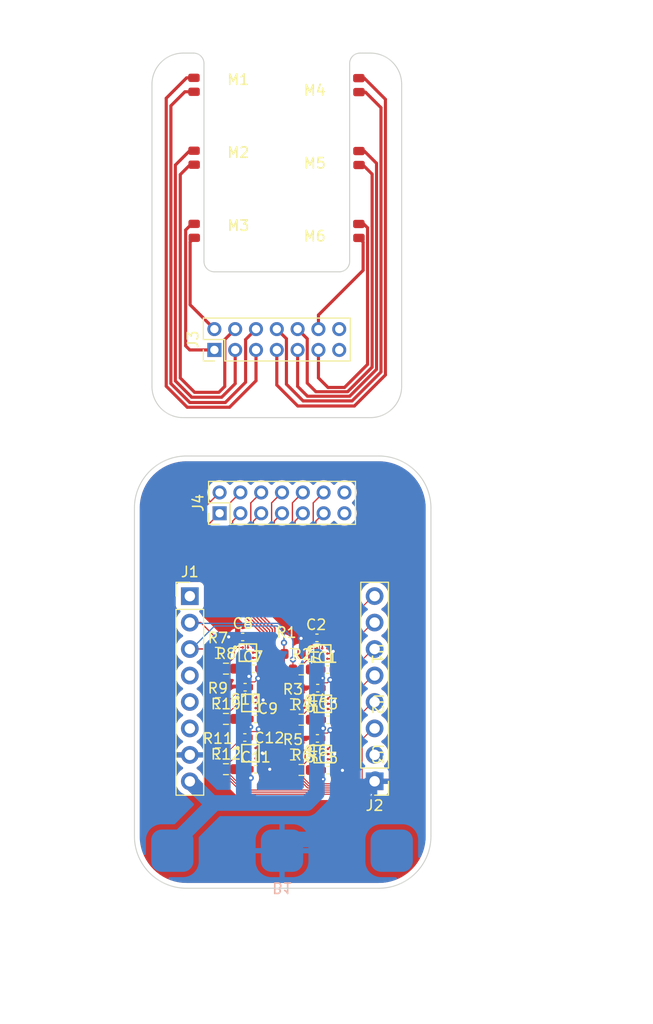
<source format=kicad_pcb>
(kicad_pcb (version 20211014) (generator pcbnew)
  (layers (0 "F.Cu" signal) (31 "B.Cu" signal) (34 "B.Paste" user) (35 "F.Paste" user) (36 "B.SilkS" user "B.Silkscreen") (37 "F.SilkS" user "F.Silkscreen") (38 "B.Mask" user) (39 "F.Mask" user) (44 "Edge.Cuts" user))
  (net 0 "")
  (net 1 "GND")
  (net 2 "BAT")
  (net 3 "Net-(C2-Pad1)")
  (net 4 "Net-(C4-Pad1)")
  (net 5 "Net-(C6-Pad1)")
  (net 7 "SCL")
  (net 8 "SDA")
  (net 12 "EN6")
  (net 13 "EN5")
  (net 14 "EN4")
  (net 15 "EN3")
  (net 16 "EN2")
  (net 17 "EN1")
  (net 18 "IN1")
  (net 19 "IN2")
  (net 20 "IN3")
  (net 21 "IN4")
  (net 22 "IN5")
  (net 23 "IN6")
  (net 24 "IN7")
  (net 25 "IN8")
  (net 26 "IN9")
  (net 27 "IN10")
  (net 28 "IN11")
  (net 29 "IN12")
  (net 32 "OUT1")
  (net 33 "OUT2")
  (net 34 "OUT3")
  (net 35 "OUT4")
  (net 36 "OUT5")
  (net 37 "OUT6")
  (net 38 "OUT7")
  (net 39 "OUT8")
  (net 40 "OUT9")
  (net 41 "OUT10")
  (net 42 "OUT11")
  (net 43 "OUT12")
  (net 46 "Net-(R1-Pad2)")
  (net 47 "Net-(R2-Pad2)")
  (net 48 "Net-(R3-Pad2)")
  (net 49 "Net-(R4-Pad2)")
  (net 50 "Net-(R5-Pad2)")
  (net 51 "Net-(R6-Pad2)")
  (net 52 "Net-(R7-Pad2)")
  (net 53 "Net-(R8-Pad2)")
  (net 54 "Net-(R9-Pad2)")
  (net 55 "Net-(R10-Pad2)")
  (net 56 "Net-(R11-Pad2)")
  (net 57 "Net-(R12-Pad2)")
  (net 64 "Net-(C8-Pad1)")
  (net 65 "Net-(C10-Pad1)")
  (net 66 "Net-(C12-Pad1)")
  (footprint "Capacitor_SMD:C_0402_1005Metric" (layer "F.Cu") (at 34.55856 110.008)
    (fp_text reference "C1")
    (fp_text value "1uF")
  )
  (footprint "Vybronics:VG0640001D" (layer "F.Cu") (at 25.970134 53.862)
    (fp_text reference "M1")
    (fp_text value "VG0640001D")
  )
  (footprint "Capacitor_SMD:C_0402_1005Metric" (layer "F.Cu") (at 33.59056 116.612 180)
    (fp_text reference "C6")
    (fp_text value "1uF")
  )
  (footprint "Connector_PinHeader_2.54mm:PinHeader_1x08_P2.54mm_Vertical" (layer "F.Cu") (at 21.325 102.957)
    (fp_text reference "J1")
    (fp_text value "Conn_01x08_MountingPin")
  )
  (footprint "Resistor_SMD:R_0603_1608Metric" (layer "F.Cu") (at 31.23656 118.156)
    (fp_text reference "R5")
    (fp_text value "10K")
  )
  (footprint "Capacitor_SMD:C_0402_1005Metric" (layer "F.Cu") (at 34.60656 114.834)
    (fp_text reference "C3")
    (fp_text value "1uF")
  )
  (footprint "Resistor_SMD:R_0603_1608Metric" (layer "F.Cu") (at 24.79656 119.569)
    (fp_text reference "R12")
    (fp_text value "10K")
  )
  (footprint "Vybronics:VG0640001D" (layer "F.Cu") (at 33.329867 53.892 180)
    (fp_text reference "M4")
    (fp_text value "VG0640001D")
  )
  (footprint "Capacitor_SMD:C_0402_1005Metric" (layer "F.Cu") (at 27.655 119.57517)
    (fp_text reference "C11")
    (fp_text value "1uF")
  )
  (footprint "Resistor_SMD:R_0603_1608Metric" (layer "F.Cu") (at 31.23656 113.33)
    (fp_text reference "R3")
    (fp_text value "10K")
  )
  (footprint "DRV2605:DRV2605YFZR" (layer "F.Cu") (at 34.09856 113.31 -90)
    (fp_text reference "U2")
    (fp_text value "DRV2605LDGS")
  )
  (footprint "Connector_PinHeader_2.00mm:PinHeader_2x07_P2.00mm_Vertical" (layer "F.Cu") (at 24.185 95 90)
    (fp_text reference "J4")
    (fp_text value "Conn_01x14_MountingPin")
  )
  (footprint "Resistor_SMD:R_0603_1608Metric" (layer "F.Cu") (at 24.79656 109.917)
    (fp_text reference "R8")
    (fp_text value "10K")
  )
  (footprint "Vybronics:VG0640001D" (layer "F.Cu") (at 33.339867 60.892 180)
    (fp_text reference "M5")
    (fp_text value "VG0640001D")
  )
  (footprint "DRV2605:DRV2605YFZR" (layer "F.Cu") (at 26.905 108.39917 -90)
    (fp_text reference "U4")
    (fp_text value "DRV2605LDGS")
  )
  (footprint "Resistor_SMD:R_0603_1608Metric" (layer "F.Cu") (at 31.23656 108.504)
    (fp_text reference "R1")
    (fp_text value "10K")
  )
  (footprint "Resistor_SMD:R_0603_1608Metric" (layer "F.Cu") (at 32.05656 109.99)
    (fp_text reference "R2")
    (fp_text value "10K")
  )
  (footprint "Vybronics:VG0640001D" (layer "F.Cu") (at 33.329867 67.892 180)
    (fp_text reference "M6")
    (fp_text value "VG0640001D")
  )
  (footprint "Capacitor_SMD:C_0402_1005Metric" (layer "F.Cu") (at 33.61856 111.786 180)
    (fp_text reference "C4")
    (fp_text value "1uF")
  )
  (footprint "Capacitor_SMD:C_0402_1005Metric" (layer "F.Cu") (at 27.405 109.92317)
    (fp_text reference "C7")
    (fp_text value "1uF")
  )
  (footprint "Capacitor_SMD:C_0402_1005Metric" (layer "F.Cu") (at 27.655 114.74917)
    (fp_text reference "C9")
    (fp_text value "1uF")
  )
  (footprint "Resistor_SMD:R_0603_1608Metric" (layer "F.Cu") (at 24.01956 108.398)
    (fp_text reference "R7")
    (fp_text value "10K")
  )
  (footprint "Capacitor_SMD:C_0402_1005Metric" (layer "F.Cu") (at 26.639 111.70117 180)
    (fp_text reference "C10")
    (fp_text value "1uF")
  )
  (footprint "Resistor_SMD:R_0603_1608Metric" (layer "F.Cu") (at 24.01956 113.224)
    (fp_text reference "R9")
    (fp_text value "10K")
  )
  (footprint "Capacitor_SMD:C_0402_1005Metric" (layer "F.Cu") (at 26.611 116.52717 180)
    (fp_text reference "C12")
    (fp_text value "1uF")
  )
  (footprint "Vybronics:VG0640001D" (layer "F.Cu") (at 25.990134 67.882)
    (fp_text reference "M3")
    (fp_text value "VG0640001D")
  )
  (footprint "DRV2605:DRV2605YFZR" (layer "F.Cu") (at 27.147 118.05117 -90)
    (fp_text reference "U6")
    (fp_text value "DRV2605LDGS")
  )
  (footprint "DRV2605:DRV2605YFZR" (layer "F.Cu") (at 27.147 113.22517 -90)
    (fp_text reference "U5")
    (fp_text value "DRV2605LDGS")
  )
  (footprint "Resistor_SMD:R_0603_1608Metric" (layer "F.Cu") (at 32.05656 114.816)
    (fp_text reference "R4")
    (fp_text value "10K")
  )
  (footprint "Resistor_SMD:R_0603_1608Metric" (layer "F.Cu") (at 24.79656 114.743)
    (fp_text reference "R10")
    (fp_text value "10K")
  )
  (footprint "Resistor_SMD:R_0603_1608Metric" (layer "F.Cu") (at 24.01956 118.05)
    (fp_text reference "R11")
    (fp_text value "10K")
  )
  (footprint "Connector_PinHeader_2.54mm:PinHeader_1x08_P2.54mm_Vertical" (layer "F.Cu") (at 39.085 120.732 180)
    (fp_text reference "J2")
    (fp_text value "Conn_01x08_MountingPin")
  )
  (footprint "Capacitor_SMD:C_0402_1005Metric" (layer "F.Cu") (at 33.54256 106.96 180)
    (fp_text reference "C2")
    (fp_text value "1uF")
  )
  (footprint "DRV2605:DRV2605YFZR" (layer "F.Cu") (at 34.05056 108.484 -90)
    (fp_text reference "U1")
    (fp_text value "DRV2605LDGS")
  )
  (footprint "DRV2605:DRV2605YFZR" (layer "F.Cu") (at 34.09856 118.136 -90)
    (fp_text reference "U3")
    (fp_text value "DRV2605LDGS")
  )
  (footprint "Vybronics:VG0640001D" (layer "F.Cu") (at 25.980134 60.862)
    (fp_text reference "M2")
    (fp_text value "VG0640001D")
  )
  (footprint "Resistor_SMD:R_0603_1608Metric" (layer "F.Cu") (at 32.05656 119.642)
    (fp_text reference "R6")
    (fp_text value "10K")
  )
  (footprint "Capacitor_SMD:C_0402_1005Metric" (layer "F.Cu") (at 34.60656 119.66)
    (fp_text reference "C5")
    (fp_text value "1uF")
  )
  (footprint "Connector_PinHeader_2.00mm:PinHeader_2x07_P2.00mm_Vertical" (layer "F.Cu") (at 23.685 79.317 90)
    (fp_text reference "J3")
    (fp_text value "Conn_01x14_MountingPin")
  )
  (footprint "Capacitor_SMD:C_0402_1005Metric" (layer "F.Cu") (at 26.405 106.87517 180)
    (fp_text reference "C8")
    (fp_text value "1uF")
  )
  (footprint "Keystone:BK5009" (layer "B.Cu") (at 30.185 127.394209)
    (fp_text reference "B1")
    (fp_text value "SMD_Battery_Clip")
  )
  (gr_line (start 44.5 126) (end 44.5 94.5) (layer "Edge.Cuts") (width 0.1))
  (gr_line (start 16 94.5) (end 16 126) (layer "Edge.Cuts") (width 0.1))
  (gr_line (start 20.685 50.817) (end 21.685 50.817) (layer "Edge.Cuts") (width 0.1))
  (gr_arc (start 36.685 70.817) (mid 36.392107 71.524107) (end 35.685 71.817) (layer "Edge.Cuts") (width 0.1))
  (gr_line (start 23.685 71.817) (end 35.685 71.817) (layer "Edge.Cuts") (width 0.1))
  (gr_line (start 21 131) (end 39.5 131) (layer "Edge.Cuts") (width 0.1))
  (gr_arc (start 38.685 50.817) (mid 40.80632 51.69568) (end 41.685 53.817) (layer "Edge.Cuts") (width 0.1))
  (gr_arc (start 36.685001 51.817001) (mid 36.977894 51.109894) (end 37.685001 50.817001) (layer "Edge.Cuts") (width 0.1))
  (gr_arc (start 44.5 126) (mid 43.035534 129.535534) (end 39.5 131) (layer "Edge.Cuts") (width 0.1))
  (gr_arc (start 16 94.5) (mid 17.464466 90.964466) (end 21 89.5) (layer "Edge.Cuts") (width 0.1))
  (gr_arc (start 21 131) (mid 17.464466 129.535534) (end 16 126) (layer "Edge.Cuts") (width 0.1))
  (gr_line (start 17.685 82.817) (end 17.685 53.817) (layer "Edge.Cuts") (width 0.1))
  (gr_line (start 22.685 51.817) (end 22.685 70.817) (layer "Edge.Cuts") (width 0.1))
  (gr_line (start 21 89.5) (end 39.5 89.5) (layer "Edge.Cuts") (width 0.1))
  (gr_arc (start 17.685 53.817) (mid 18.56368 51.69568) (end 20.685 50.817) (layer "Edge.Cuts") (width 0.1))
  (gr_arc (start 23.685 71.817) (mid 22.977893 71.524107) (end 22.685 70.817) (layer "Edge.Cuts") (width 0.1))
  (gr_line (start 36.685 70.817) (end 36.685001 51.817001) (layer "Edge.Cuts") (width 0.1))
  (gr_line (start 37.685001 50.817001) (end 38.685 50.817) (layer "Edge.Cuts") (width 0.1))
  (gr_arc (start 21.685 50.817) (mid 22.392107 51.109893) (end 22.685 51.817) (layer "Edge.Cuts") (width 0.1))
  (gr_line (start 38.685 85.817) (end 20.685 85.817) (layer "Edge.Cuts") (width 0.1))
  (gr_arc (start 41.685 82.817) (mid 40.80632 84.93832) (end 38.685 85.817) (layer "Edge.Cuts") (width 0.1))
  (gr_arc (start 20.685 85.817) (mid 18.56368 84.93832) (end 17.685 82.817) (layer "Edge.Cuts") (width 0.1))
  (gr_line (start 41.685 53.817) (end 41.685 82.817) (layer "Edge.Cuts") (width 0.1))
  (gr_arc (start 39.5 89.5) (mid 43.035534 90.964466) (end 44.5 94.5) (layer "Edge.Cuts") (width 0.1))
  (segment (start 27.951 115.73517) (end 27.730989 115.955181) (width 0.1) (layer "F.Cu") (net 1))
  (segment (start 28.08874 113.20797) (end 27.647 113.20797) (width 0.15) (layer "F.Cu") (net 1))
  (segment (start 34.59856 113.2928) (end 34.98837 113.2928) (width 0.127) (layer "F.Cu") (net 1))
  (segment (start 27.905 110.85817) (end 27.951 110.81217) (width 0.15) (layer "F.Cu") (net 1))
  (segment (start 29.005 119.57717) (end 28.137 119.57717) (width 0.15) (layer "F.Cu") (net 1))
  (segment (start 26.702989 115.955181) (end 26.131 116.52717) (width 0.1) (layer "F.Cu") (net 1))
  (segment (start 35.24556 118.114) (end 34.60336 118.114) (width 0.127) (layer "F.Cu") (net 1))
  (segment (start 28.137 119.57717) (end 28.135 119.57517) (width 0.15) (layer "F.Cu") (net 1))
  (segment (start 25.058 106.86817) (end 25.918 106.86817) (width 0.15) (layer "F.Cu") (net 1))
  (segment (start 34.89637 108.4668) (end 35.105 108.25817) (width 0.127) (layer "F.Cu") (net 1))
  (segment (start 33.11056 116.612) (end 33.62208 116.10048) (width 0.1) (layer "F.Cu") (net 1))
  (segment (start 35.08656 115.574916) (end 35.08656 114.834) (width 0.1) (layer "F.Cu") (net 1))
  (segment (start 27.405 108.38197) (end 27.9988 108.38197) (width 0.127) (layer "F.Cu") (net 1))
  (segment (start 27.9988 108.38197) (end 28.005 108.38817) (width 0.127) (layer "F.Cu") (net 1))
  (segment (start 34.60336 118.114) (end 34.59856 118.1188) (width 0.127) (layer "F.Cu") (net 1))
  (segment (start 28.135 115.55117) (end 28.135 114.74917) (width 0.1) (layer "F.Cu") (net 1))
  (segment (start 28.36854 112.92817) (end 28.08874 113.20797) (width 0.15) (layer "F.Cu") (net 1))
  (segment (start 35.03856 110.78461) (end 35.03856 110.008) (width 0.1) (layer "F.Cu") (net 1))
  (segment (start 33.06256 106.96) (end 32.06417 106.96) (width 0.127) (layer "F.Cu") (net 1))
  (segment (start 27.951 115.73517) (end 28.135 115.55117) (width 0.127) (layer "F.Cu") (net 1))
  (segment (start 26.67052 111.18965) (end 26.159 111.70117) (width 0.1) (layer "F.Cu") (net 1))
  (segment (start 34.98837 113.2928) (end 35.231 113.05017) (width 0.127) (layer "F.Cu") (net 1))
  (segment (start 27.951 110.81217) (end 27.951 109.98917) (width 0.1) (layer "F.Cu") (net 1))
  (segment (start 27.57352 111.18965) (end 26.67052 111.18965) (width 0.1) (layer "F.Cu") (net 1))
  (segment (start 33.62208 116.10048) (end 34.560996 116.10048) (width 0.1) (layer "F.Cu") (net 1))
  (segment (start 34.560996 116.10048) (end 34.833037 115.828439) (width 0.1) (layer "F.Cu") (net 1))
  (segment (start 35.10673 119.68017) (end 35.08656 119.66) (width 0.127) (layer "F.Cu") (net 1))
  (segment (start 34.54869 111.27448) (end 33.65008 111.27448) (width 0.1) (layer "F.Cu") (net 1))
  (segment (start 35.993 119.68017) (end 35.10673 119.68017) (width 0.127) (layer "F.Cu") (net 1))
  (segment (start 34.832 110.99117) (end 35.03856 110.78461) (width 0.1) (layer "F.Cu") (net 1))
  (segment (start 27.6598 118.02117) (end 27.647 118.03397) (width 0.15) (layer "F.Cu") (net 1))
  (segment (start 34.833037 115.828439) (end 35.08656 115.574916) (width 0.1) (layer "F.Cu") (net 1))
  (segment (start 33.65008 111.27448) (end 33.13856 111.786) (width 0.1) (layer "F.Cu") (net 1))
  (segment (start 27.730989 115.955181) (end 26.702989 115.955181) (width 0.1) (layer "F.Cu") (net 1))
  (segment (start 34.55056 108.4668) (end 34.89637 108.4668) (width 0.127) (layer "F.Cu") (net 1))
  (segment (start 27.905 110.85817) (end 27.57352 111.18965) (width 0.1) (layer "F.Cu") (net 1))
  (segment (start 25.918 106.86817) (end 25.925 106.87517) (width 0.15) (layer "F.Cu") (net 1))
  (segment (start 28.296 118.02117) (end 27.6598 118.02117) (width 0.15) (layer "F.Cu") (net 1))
  (segment (start 34.832 110.99117) (end 34.54869 111.27448) (width 0.1) (layer "F.Cu") (net 1))
  (segment (start 32.06417 106.96) (end 32.017 107.00717) (width 0.127) (layer "F.Cu") (net 1))
  (via (at 35.105 108.25817) (size 0.6) (drill 0.3) (layers "F.Cu" "B.Cu") (net 1))
  (via (at 35.993 119.68017) (size 0.6) (drill 0.3) (layers "F.Cu" "B.Cu") (net 1))
  (via (at 27.951 115.73517) (size 0.6) (drill 0.3) (layers "F.Cu" "B.Cu") (net 1))
  (via (at 35.24556 118.114) (size 0.6) (drill 0.3) (layers "F.Cu" "B.Cu") (net 1))
  (via (at 29.005 119.57717) (size 0.6) (drill 0.3) (layers "F.Cu" "B.Cu") (net 1))
  (via (at 27.905 110.85817) (size 0.6) (drill 0.3) (layers "F.Cu" "B.Cu") (net 1))
  (via (at 25.058 106.86817) (size 0.6) (drill 0.3) (layers "F.Cu" "B.Cu") (net 1))
  (via (at 28.36854 112.92817) (size 0.6) (drill 0.3) (layers "F.Cu" "B.Cu") (net 1))
  (via (at 34.833037 115.828439) (size 0.6) (drill 0.3) (layers "F.Cu" "B.Cu") (net 1))
  (via (at 34.832 110.99117) (size 0.6) (drill 0.3) (layers "F.Cu" "B.Cu") (net 1))
  (via (at 28.296 118.02117) (size 0.6) (drill 0.3) (layers "F.Cu" "B.Cu") (net 1))
  (via (at 28.005 108.38817) (size 0.5) (drill 0.2) (layers "F.Cu" "B.Cu") (net 1))
  (via (at 35.231 113.05017) (size 0.6) (drill 0.3) (layers "F.Cu" "B.Cu") (net 1))
  (via (at 32.017 107.00717) (size 0.6) (drill 0.3) (layers "F.Cu" "B.Cu") (net 1))
  (segment (start 30.185 126.317) (end 33.352306 126.317) (width 1.5) (layer "B.Cu") (net 1))
  (segment (start 34.765 110.885) (end 34.619 110.885) (width 0.127) (layer "B.Cu") (net 1))
  (segment (start 33.352306 126.317) (end 39.146476 120.52283) (width 1.5) (layer "B.Cu") (net 1))
  (segment (start 34.09856 114.806) (end 34.12656 114.834) (width 0.127) (layer "F.Cu") (net 2))
  (segment (start 26.905 108.88197) (end 26.905 109.90317) (width 0.127) (layer "F.Cu") (net 2))
  (segment (start 27.175 113.73597) (end 27.147 113.70797) (width 0.127) (layer "F.Cu") (net 2))
  (segment (start 34.09856 113.7928) (end 34.09856 114.806) (width 0.127) (layer "F.Cu") (net 2))
  (segment (start 26.925 110.57817) (end 26.925 109.92317) (width 0.127) (layer "F.Cu") (net 2))
  (segment (start 27.147 118.53397) (end 27.147 119.54717) (width 0.127) (layer "F.Cu") (net 2))
  (segment (start 34.12656 115.64673) (end 34.129 115.64917) (width 0.127) (layer "F.Cu") (net 2))
  (segment (start 34.12656 119.66) (end 34.12656 120.53373) (width 0.127) (layer "F.Cu") (net 2))
  (segment (start 27.175 114.74917) (end 27.175 115.51417) (width 0.127) (layer "F.Cu") (net 2))
  (segment (start 34.12656 118.6468) (end 34.09856 118.6188) (width 0.127) (layer "F.Cu") (net 2))
  (segment (start 27.147 113.70797) (end 27.147 114.72117) (width 0.127) (layer "F.Cu") (net 2))
  (segment (start 26.925 108.90197) (end 26.905 108.88197) (width 0.127) (layer "F.Cu") (net 2))
  (segment (start 27.005 110.65817) (end 26.925 110.57817) (width 0.127) (layer "F.Cu") (net 2))
  (segment (start 34.12656 120.53373) (end 34.127 120.53417) (width 0.127) (layer "F.Cu") (net 2))
  (segment (start 27.175 119.57517) (end 27.175 120.40717) (width 0.127) (layer "F.Cu") (net 2))
  (segment (start 34.05056 109.98) (end 34.07856 110.008) (width 0.127) (layer "F.Cu") (net 2))
  (segment (start 34.12656 114.834) (end 34.12656 115.64673) (width 0.127) (layer "F.Cu") (net 2))
  (segment (start 34.09856 118.6188) (end 34.09856 119.632) (width 0.127) (layer "F.Cu") (net 2))
  (segment (start 27.147 114.72117) (end 27.175 114.74917) (width 0.127) (layer "F.Cu") (net 2))
  (segment (start 27.175 115.51417) (end 27.173 115.51617) (width 0.127) (layer "F.Cu") (net 2))
  (segment (start 34.12656 113.8208) (end 34.09856 113.7928) (width 0.127) (layer "F.Cu") (net 2))
  (segment (start 34.05056 108.9668) (end 34.05056 109.98) (width 0.127) (layer "F.Cu") (net 2))
  (segment (start 34.07856 108.9948) (end 34.05056 108.9668) (width 0.127) (layer "F.Cu") (net 2))
  (segment (start 27.175 120.40717) (end 27.176 120.40817) (width 0.127) (layer "F.Cu") (net 2))
  (segment (start 34.07856 110.008) (end 34.07856 110.81973) (width 0.127) (layer "F.Cu") (net 2))
  (segment (start 26.905 109.90317) (end 26.925 109.92317) (width 0.127) (layer "F.Cu") (net 2))
  (segment (start 34.09856 119.632) (end 34.12656 119.66) (width 0.127) (layer "F.Cu") (net 2))
  (segment (start 27.147 119.54717) (end 27.175 119.57517) (width 0.127) (layer "F.Cu") (net 2))
  (segment (start 34.07856 110.81973) (end 34.085 110.82617) (width 0.127) (layer "F.Cu") (net 2))
  (segment (start 27.175 118.56197) (end 27.147 118.53397) (width 0.127) (layer "F.Cu") (net 2))
  (via (at 34.129 115.64917) (size 0.6) (drill 0.3) (layers "F.Cu" "B.Cu") (net 2))
  (via (at 34.127 120.53417) (size 0.5) (drill 0.2) (layers "F.Cu" "B.Cu") (net 2))
  (via (at 27.173 115.51617) (size 0.5) (drill 0.2) (layers "F.Cu" "B.Cu") (net 2))
  (via (at 27.176 120.40817) (size 0.6) (drill 0.3) (layers "F.Cu" "B.Cu") (net 2))
  (via (at 34.085 110.82617) (size 0.5) (drill 0.2) (layers "F.Cu" "B.Cu") (net 2))
  (via (at 27.005 110.65817) (size 0.6) (drill 0.3) (layers "F.Cu" "B.Cu") (net 2))
  (segment (start 23.41273 122.815) (end 27.206 122.815) (width 1.5) (layer "B.Cu") (net 2))
  (segment (start 33.535 121.86) (end 33.535 108.747) (width 1.5) (layer "B.Cu") (net 2))
  (segment (start 27.206 122.815) (end 27.316 122.705) (width 1.5) (layer "B.Cu") (net 2))
  (segment (start 26.949 122.705) (end 26.505 122.261) (width 1.5) (layer "B.Cu") (net 2))
  (segment (start 26.505 122.261) (end 26.505 108.81) (width 1.5) (layer "B.Cu") (net 2))
  (segment (start 23.41273 123.08927) (end 20.185 126.317) (width 1.5) (layer "B.Cu") (net 2))
  (segment (start 32.58 122.815) (end 33.535 121.86) (width 1.5) (layer "B.Cu") (net 2))
  (segment (start 21.40656 120.80883) (end 23.41273 122.815) (width 1.5) (layer "B.Cu") (net 2))
  (segment (start 27.206 122.815) (end 32.58 122.815) (width 1.5) (layer "B.Cu") (net 2))
  (segment (start 23.41273 122.815) (end 23.41273 123.08927) (width 1.5) (layer "B.Cu") (net 2))
  (segment (start 34.02256 107.9388) (end 34.05056 107.9668) (width 0.127) (layer "F.Cu") (net 3))
  (segment (start 34.05056 106.988) (end 34.02256 106.96) (width 0.127) (layer "F.Cu") (net 3))
  (segment (start 34.05056 107.9668) (end 34.05056 106.988) (width 0.127) (layer "F.Cu") (net 3))
  (segment (start 34.09856 112.7928) (end 34.09856 111.786) (width 0.1) (layer "F.Cu") (net 4))
  (segment (start 34.09856 116.64) (end 34.07056 116.612) (width 0.127) (layer "F.Cu") (net 5))
  (segment (start 34.09856 117.6188) (end 34.09856 116.64) (width 0.127) (layer "F.Cu") (net 5))
  (segment (start 34.07056 117.5908) (end 34.09856 117.6188) (width 0.127) (layer "F.Cu") (net 5))
  (segment (start 22.370117 105.48583) (end 21.168036 105.48583) (width 0.127) (layer "F.Cu") (net 7))
  (segment (start 31.23156 109.99) (end 31.01456 110.207) (width 0.127) (layer "F.Cu") (net 7))
  (segment (start 31.00156 119.412) (end 31.23156 119.642) (width 0.127) (layer "F.Cu") (net 7))
  (segment (start 23.97156 107.087273) (end 22.370117 105.48583) (width 0.127) (layer "F.Cu") (net 7))
  (segment (start 23.97156 109.917) (end 23.75758 110.13098) (width 0.127) (layer "F.Cu") (net 7))
  (segment (start 23.775 114.95698) (end 23.775 119.35502) (width 0.127) (layer "F.Cu") (net 7))
  (segment (start 23.97156 109.917) (end 23.97156 107.087273) (width 0.127) (layer "F.Cu") (net 7))
  (segment (start 31.235 109.98656) (end 31.23156 109.99) (width 0.1) (layer "F.Cu") (net 7))
  (segment (start 23.78458 109.73002) (end 23.97156 109.917) (width 0.127) (layer "F.Cu") (net 7))
  (segment (start 31.01456 110.207) (end 31.01456 114.599) (width 0.127) (layer "F.Cu") (net 7))
  (segment (start 23.75758 114.52902) (end 23.97156 114.743) (width 0.127) (layer "F.Cu") (net 7))
  (segment (start 31.23156 114.816) (end 31.00156 115.046) (width 0.127) (layer "F.Cu") (net 7))
  (segment (start 23.75758 119.35502) (end 23.97156 119.569) (width 0.127) (layer "F.Cu") (net 7))
  (segment (start 23.97156 114.743) (end 23.75758 114.95698) (width 0.127) (layer "F.Cu") (net 7))
  (segment (start 31.235 109.03817) (end 31.235 109.98656) (width 0.1) (layer "F.Cu") (net 7))
  (segment (start 31.015 115.046) (end 31.015 119.412) (width 0.1) (layer "F.Cu") (net 7))
  (segment (start 23.75758 110.13098) (end 23.75758 114.52902) (width 0.127) (layer "F.Cu") (net 7))
  (segment (start 31.01456 114.599) (end 31.23156 114.816) (width 0.127) (layer "F.Cu") (net 7))
  (via (at 31.235 109.03817) (size 0.6) (drill 0.3) (layers "F.Cu" "B.Cu") (net 7))
  (segment (start 31.235 106.974019) (end 31.235 109.03817) (width 0.127) (layer "B.Cu") (net 7))
  (segment (start 29.829811 105.56883) (end 31.235 106.974019) (width 0.127) (layer "B.Cu") (net 7))
  (segment (start 29.829811 105.56883) (end 21.40656 105.56883) (width 0.127) (layer "B.Cu") (net 7))
  (segment (start 23.13883 108.05) (end 23.508 108.41917) (width 0.127) (layer "F.Cu") (net 8))
  (segment (start 30.375 108.46744) (end 30.41156 108.504) (width 0.127) (layer "F.Cu") (net 8))
  (segment (start 30.41156 113.33) (end 30.41156 118.156) (width 0.127) (layer "F.Cu") (net 8))
  (segment (start 30.47456 108.3568) (end 30.54256 108.4248) (width 0.25) (layer "F.Cu") (net 8))
  (segment (start 30.375 107.42817) (end 30.375 108.46744) (width 0.127) (layer "F.Cu") (net 8))
  (segment (start 23.19456 108.398) (end 22.82239 108.02583) (width 0.127) (layer "F.Cu") (net 8))
  (segment (start 22.82239 108.02583) (end 21.168036 108.02583) (width 0.127) (layer "F.Cu") (net 8))
  (segment (start 23.19456 108.398) (end 23.19456 118.05) (width 0.127) (layer "F.Cu") (net 8))
  (segment (start 30.41156 108.504) (end 30.41156 113.33) (width 0.127) (layer "F.Cu") (net 8))
  (via (at 30.375 107.42817) (size 0.6) (drill 0.3) (layers "F.Cu" "B.Cu") (net 8))
  (segment (start 30.375 106.472551) (end 30.375 107.42817) (width 0.127) (layer "B.Cu") (net 8))
  (segment (start 23.69304 105.82235) (end 21.40656 108.10883) (width 0.127) (layer "B.Cu") (net 8))
  (segment (start 29.724799 105.82235) (end 23.69304 105.82235) (width 0.127) (layer "B.Cu") (net 8))
  (segment (start 29.724799 105.82235) (end 30.375 106.472551) (width 0.127) (layer "B.Cu") (net 8))
  (segment (start 25.015 119.931735) (end 26.65511 121.571845) (width 0.1) (layer "F.Cu") (net 12))
  (segment (start 25.845 118.217) (end 25.015 119.047) (width 0.1) (layer "F.Cu") (net 12))
  (segment (start 37.48596 112.023346) (end 39.146476 110.36283) (width 0.1) (layer "F.Cu") (net 12))
  (segment (start 37.48596 120.542665) (end 37.48596 112.023346) (width 0.1) (layer "F.Cu") (net 12))
  (segment (start 25.845 117.857) (end 25.845 118.217) (width 0.1) (layer "F.Cu") (net 12))
  (segment (start 26.16803 117.53397) (end 25.845 117.857) (width 0.1) (layer "F.Cu") (net 12))
  (segment (start 26.647 117.53397) (end 26.16803 117.53397) (width 0.1) (layer "F.Cu") (net 12))
  (segment (start 36.45678 121.571845) (end 37.48596 120.542665) (width 0.1) (layer "F.Cu") (net 12))
  (segment (start 26.65511 121.571845) (end 36.45678 121.571845) (width 0.1) (layer "F.Cu") (net 12))
  (segment (start 25.015 119.047) (end 25.015 119.931735) (width 0.1) (layer "F.Cu") (net 12))
  (segment (start 37.68548 114.363826) (end 39.146476 112.90283) (width 0.1) (layer "F.Cu") (net 13))
  (segment (start 37.68548 120.668485) (end 37.68548 114.363826) (width 0.1) (layer "F.Cu") (net 13))
  (segment (start 24.934 114.278) (end 24.934 115.953737) (width 0.1) (layer "F.Cu") (net 13))
  (segment (start 26.16403 112.70797) (end 25.855 113.017) (width 0.1) (layer "F.Cu") (net 13))
  (segment (start 25.855 113.217) (end 25.855 113.357) (width 0.1) (layer "F.Cu") (net 13))
  (segment (start 24.245 118.516007) (end 24.805 119.076007) (width 0.1) (layer "F.Cu") (net 13))
  (segment (start 25.855 113.357) (end 24.934 114.278) (width 0.1) (layer "F.Cu") (net 13))
  (segment (start 26.572467 121.771365) (end 36.5826 121.771365) (width 0.1) (layer "F.Cu") (net 13))
  (segment (start 24.805 119.076007) (end 24.805 120.003898) (width 0.1) (layer "F.Cu") (net 13))
  (segment (start 36.5826 121.771365) (end 37.68548 120.668485) (width 0.1) (layer "F.Cu") (net 13))
  (segment (start 24.245 116.642737) (end 24.245 118.516007) (width 0.1) (layer "F.Cu") (net 13))
  (segment (start 26.647 112.70797) (end 26.16403 112.70797) (width 0.1) (layer "F.Cu") (net 13))
  (segment (start 25.855 113.017) (end 25.855 113.217) (width 0.1) (layer "F.Cu") (net 13))
  (segment (start 24.934 115.953737) (end 24.245 116.642737) (width 0.1) (layer "F.Cu") (net 13))
  (segment (start 24.805 120.003898) (end 26.572467 121.771365) (width 0.1) (layer "F.Cu") (net 13))
  (segment (start 24.7 115.905574) (end 24.7 114.27317) (width 0.1) (layer "F.Cu") (net 14))
  (segment (start 39.146476 115.44283) (end 37.885 116.704306) (width 0.1) (layer "F.Cu") (net 14))
  (segment (start 25.605 108.817) (end 24.815 109.607) (width 0.1) (layer "F.Cu") (net 14))
  (segment (start 37.885 120.751128) (end 36.665244 121.970884) (width 0.1) (layer "F.Cu") (net 14))
  (segment (start 26.489823 121.970884) (end 24.585 120.066061) (width 0.1) (layer "F.Cu") (net 14))
  (segment (start 25.605 108.157) (end 25.605 108.817) (width 0.1) (layer "F.Cu") (net 14))
  (segment (start 24.093 113.66617) (end 24.093 111.02417) (width 0.1) (layer "F.Cu") (net 14))
  (segment (start 24.093 111.02417) (end 24.815 110.30217) (width 0.1) (layer "F.Cu") (net 14))
  (segment (start 24.815 110.30217) (end 24.815 109.727) (width 0.1) (layer "F.Cu") (net 14))
  (segment (start 24.815 109.607) (end 24.815 109.727) (width 0.1) (layer "F.Cu") (net 14))
  (segment (start 24.7 114.27317) (end 24.093 113.66617) (width 0.1) (layer "F.Cu") (net 14))
  (segment (start 37.885 116.704306) (end 37.885 120.751128) (width 0.1) (layer "F.Cu") (net 14))
  (segment (start 25.88003 107.88197) (end 25.605 108.157) (width 0.1) (layer "F.Cu") (net 14))
  (segment (start 36.665244 121.970884) (end 26.489823 121.970884) (width 0.1) (layer "F.Cu") (net 14))
  (segment (start 24.585 119.13817) (end 24.015 118.56817) (width 0.1) (layer "F.Cu") (net 14))
  (segment (start 24.585 120.066061) (end 24.585 119.13817) (width 0.1) (layer "F.Cu") (net 14))
  (segment (start 26.405 107.98817) (end 26.405 107.88197) (width 0.08) (layer "F.Cu") (net 14))
  (segment (start 24.015 116.590574) (end 24.7 115.905574) (width 0.1) (layer "F.Cu") (net 14))
  (segment (start 24.015 118.56817) (end 24.015 116.590574) (width 0.1) (layer "F.Cu") (net 14))
  (segment (start 26.405 107.88197) (end 25.88003 107.88197) (width 0.1) (layer "F.Cu") (net 14))
  (segment (start 32.865 117.817) (end 32.865 118.507) (width 0.1) (layer "F.Cu") (net 15))
  (segment (start 32.865 118.507) (end 32.275 119.097) (width 0.1) (layer "F.Cu") (net 15))
  (segment (start 39.146476 102.74283) (end 36.8874 105.001906) (width 0.1) (layer "F.Cu") (net 15))
  (segment (start 33.59856 117.6188) (end 33.0632 117.6188) (width 0.1) (layer "F.Cu") (net 15))
  (segment (start 33.0632 117.6188) (end 32.865 117.817) (width 0.1) (layer "F.Cu") (net 15))
  (segment (start 36.8874 120.294734) (end 36.208847 120.973287) (width 0.1) (layer "F.Cu") (net 15))
  (segment (start 36.208847 120.973287) (end 32.810983 120.973287) (width 0.1) (layer "F.Cu") (net 15))
  (segment (start 32.810983 120.973287) (end 32.275 120.437304) (width 0.1) (layer "F.Cu") (net 15))
  (segment (start 32.275 120.437304) (end 32.275 119.107) (width 0.1) (layer "F.Cu") (net 15))
  (segment (start 32.275 119.097) (end 32.275 119.107) (width 0.1) (layer "F.Cu") (net 15))
  (segment (start 36.8874 105.001906) (end 36.8874 120.294734) (width 0.1) (layer "F.Cu") (net 15))
  (segment (start 33.59856 112.7928) (end 33.1892 112.7928) (width 0.1) (layer "F.Cu") (net 16))
  (segment (start 32.075 115.809164) (end 32.075 114.477) (width 0.1) (layer "F.Cu") (net 16))
  (segment (start 39.146476 105.28283) (end 37.08692 107.342386) (width 0.1) (layer "F.Cu") (net 16))
  (segment (start 32.728339 121.172806) (end 32.065 120.509467) (width 0.1) (layer "F.Cu") (net 16))
  (segment (start 32.065 119.168804) (end 31.455 118.558804) (width 0.1) (layer "F.Cu") (net 16))
  (segment (start 32.935 113.617) (end 32.935 113.507) (width 0.1) (layer "F.Cu") (net 16))
  (segment (start 31.455 116.429164) (end 32.075 115.809164) (width 0.1) (layer "F.Cu") (net 16))
  (segment (start 32.935 113.047) (end 32.935 113.507) (width 0.1) (layer "F.Cu") (net 16))
  (segment (start 33.1892 112.7928) (end 32.935 113.047) (width 0.1) (layer "F.Cu") (net 16))
  (segment (start 31.455 118.558804) (end 31.455 116.429164) (width 0.1) (layer "F.Cu") (net 16))
  (segment (start 37.08692 107.342386) (end 37.08692 120.377378) (width 0.1) (layer "F.Cu") (net 16))
  (segment (start 32.075 114.477) (end 32.935 113.617) (width 0.1) (layer "F.Cu") (net 16))
  (segment (start 32.065 120.509467) (end 32.065 119.168804) (width 0.1) (layer "F.Cu") (net 16))
  (segment (start 37.08692 120.377378) (end 36.291492 121.172806) (width 0.1) (layer "F.Cu") (net 16))
  (segment (start 36.291492 121.172806) (end 32.728339 121.172806) (width 0.1) (layer "F.Cu") (net 16))
  (segment (start 31.24458 113.62658) (end 31.865 114.247) (width 0.1) (layer "F.Cu") (net 17))
  (segment (start 33.03376 107.9668) (end 32.743524 108.257036) (width 0.1) (layer "F.Cu") (net 17))
  (segment (start 31.865 114.247) (end 31.865 115.737) (width 0.1) (layer "F.Cu") (net 17))
  (segment (start 36.374137 121.372325) (end 37.28644 120.460022) (width 0.1) (layer "F.Cu") (net 17))
  (segment (start 33.55056 107.9668) (end 33.03376 107.9668) (width 0.1) (layer "F.Cu") (net 17))
  (segment (start 37.28644 120.460022) (end 37.28644 109.682866) (width 0.1) (layer "F.Cu") (net 17))
  (segment (start 32.043524 109.64117) (end 32.043524 110.701076) (width 0.1) (layer "F.Cu") (net 17))
  (segment (start 31.24458 111.50002) (end 31.24458 113.62658) (width 0.1) (layer "F.Cu") (net 17))
  (segment (start 31.865 115.737) (end 31.235 116.367) (width 0.1) (layer "F.Cu") (net 17))
  (segment (start 32.743524 108.257036) (end 32.743524 108.94117) (width 0.1) (layer "F.Cu") (net 17))
  (segment (start 32.043524 110.701076) (end 31.24458 111.50002) (width 0.1) (layer "F.Cu") (net 17))
  (segment (start 31.865481 120.592112) (end 32.645694 121.372325) (width 0.1) (layer "F.Cu") (net 17))
  (segment (start 31.86548 119.251448) (end 31.865481 120.592112) (width 0.1) (layer "F.Cu") (net 17))
  (segment (start 37.28644 109.682866) (end 39.146476 107.82283) (width 0.1) (layer "F.Cu") (net 17))
  (segment (start 32.743524 108.94117) (end 32.043524 109.64117) (width 0.1) (layer "F.Cu") (net 17))
  (segment (start 31.235 116.367) (end 31.235 118.620968) (width 0.1) (layer "F.Cu") (net 17))
  (segment (start 32.645694 121.372325) (end 36.374137 121.372325) (width 0.1) (layer "F.Cu") (net 17))
  (segment (start 31.235 118.620968) (end 31.86548 119.251448) (width 0.1) (layer "F.Cu") (net 17))
  (segment (start 25.145 84.817) (end 25.165 84.797) (width 0.3) (layer "F.Cu") (net 18))
  (segment (start 19.055 55.152067) (end 19.055 82.79748) (width 0.3) (layer "F.Cu") (net 18))
  (segment (start 21.015067 53.192) (end 19.055 55.152067) (width 0.3) (layer "F.Cu") (net 18))
  (segment (start 27.685 82.277) (end 27.685 79.317) (width 0.3) (layer "F.Cu") (net 18))
  (segment (start 21.720134 53.192) (end 21.015067 53.192) (width 0.3) (layer "F.Cu") (net 18))
  (segment (start 25.165 84.797) (end 27.685 82.277) (width 0.3) (layer "F.Cu") (net 18))
  (segment (start 21.07452 84.817) (end 25.145 84.817) (width 0.3) (layer "F.Cu") (net 18))
  (segment (start 25.165 84.797) (end 25.175 84.797) (width 0.3) (layer "F.Cu") (net 18))
  (segment (start 19.055 82.79748) (end 21.07452 84.817) (width 0.3) (layer "F.Cu") (net 18))
  (segment (start 26.685 82.417) (end 26.685 78.317) (width 0.3) (layer "F.Cu") (net 19))
  (segment (start 24.73548 84.36652) (end 26.685 82.417) (width 0.3) (layer "F.Cu") (net 19))
  (segment (start 20.850067 54.532) (end 19.505 55.877067) (width 0.3) (layer "F.Cu") (net 19))
  (segment (start 21.32452 84.36652) (end 24.73548 84.36652) (width 0.3) (layer "F.Cu") (net 19))
  (segment (start 21.730134 54.532) (end 20.850067 54.532) (width 0.3) (layer "F.Cu") (net 19))
  (segment (start 26.685 78.317) (end 27.685 77.317) (width 0.3) (layer "F.Cu") (net 19))
  (segment (start 19.505 55.877067) (end 19.505 82.547) (width 0.3) (layer "F.Cu") (net 19))
  (segment (start 19.505 82.547) (end 21.32452 84.36652) (width 0.3) (layer "F.Cu") (net 19))
  (segment (start 21.31 60.192) (end 21.730134 60.192) (width 0.3) (layer "F.Cu") (net 20))
  (segment (start 25.685 79.317) (end 25.685 82.557) (width 0.3) (layer "F.Cu") (net 20))
  (segment (start 19.93152 61.57048) (end 21.31 60.192) (width 0.3) (layer "F.Cu") (net 20))
  (segment (start 25.685 82.557) (end 24.385 83.857) (width 0.3) (layer "F.Cu") (net 20))
  (segment (start 21.505 83.857) (end 19.93152 82.28352) (width 0.3) (layer "F.Cu") (net 20))
  (segment (start 19.93152 82.28352) (end 19.93152 61.57048) (width 0.3) (layer "F.Cu") (net 20))
  (segment (start 24.385 83.857) (end 21.505 83.857) (width 0.3) (layer "F.Cu") (net 20))
  (segment (start 20.405 82.007) (end 21.785 83.387) (width 0.3) (layer "F.Cu") (net 21))
  (segment (start 24.685 78.317) (end 25.685 77.317) (width 0.3) (layer "F.Cu") (net 21))
  (segment (start 24.115 83.387) (end 24.685 82.817) (width 0.3) (layer "F.Cu") (net 21))
  (segment (start 21.355067 61.532) (end 20.405 62.482067) (width 0.3) (layer "F.Cu") (net 21))
  (segment (start 21.785 83.387) (end 24.115 83.387) (width 0.3) (layer "F.Cu") (net 21))
  (segment (start 20.405 62.482067) (end 20.405 82.007) (width 0.3) (layer "F.Cu") (net 21))
  (segment (start 21.740134 61.532) (end 21.355067 61.532) (width 0.3) (layer "F.Cu") (net 21))
  (segment (start 24.685 82.817) (end 24.685 78.317) (width 0.3) (layer "F.Cu") (net 21))
  (segment (start 21.515067 67.212) (end 20.923614 67.803453) (width 0.3) (layer "F.Cu") (net 22))
  (segment (start 20.923614 78.925614) (end 21.315 79.317) (width 0.3) (layer "F.Cu") (net 22))
  (segment (start 21.315 79.317) (end 23.685 79.317) (width 0.3) (layer "F.Cu") (net 22))
  (segment (start 20.923614 67.803453) (end 20.923614 78.925614) (width 0.3) (layer "F.Cu") (net 22))
  (segment (start 21.740134 67.212) (end 21.515067 67.212) (width 0.3) (layer "F.Cu") (net 22))
  (segment (start 21.350134 68.952) (end 21.350134 74.982134) (width 0.3) (layer "F.Cu") (net 23))
  (segment (start 21.750134 68.552) (end 21.350134 68.952) (width 0.3) (layer "F.Cu") (net 23))
  (segment (start 21.350134 74.982134) (end 23.685 77.317) (width 0.3) (layer "F.Cu") (net 23))
  (segment (start 36.92 84.21) (end 39.69804 81.43196) (width 0.3) (layer "F.Cu") (net 24))
  (segment (start 38.2 54.562) (end 37.579867 54.562) (width 0.3) (layer "F.Cu") (net 24))
  (segment (start 39.69804 81.43196) (end 39.69804 56.06004) (width 0.3) (layer "F.Cu") (net 24))
  (segment (start 30.609511 78.241511) (end 30.609511 82.608321) (width 0.3) (layer "F.Cu") (net 24))
  (segment (start 39.69804 56.06004) (end 38.2 54.562) (width 0.3) (layer "F.Cu") (net 24))
  (segment (start 29.685 77.317) (end 30.609511 78.241511) (width 0.3) (layer "F.Cu") (net 24))
  (segment (start 30.609511 82.608321) (end 32.21119 84.21) (width 0.3) (layer "F.Cu") (net 24))
  (segment (start 32.21119 84.21) (end 36.92 84.21) (width 0.3) (layer "F.Cu") (net 24))
  (segment (start 37.14 84.7) (end 31.7 84.7) (width 0.3) (layer "F.Cu") (net 25))
  (segment (start 40.12456 81.71544) (end 37.14 84.7) (width 0.3) (layer "F.Cu") (net 25))
  (segment (start 40.12456 55.25656) (end 40.12456 81.71544) (width 0.3) (layer "F.Cu") (net 25))
  (segment (start 37.569867 53.222) (end 38.09 53.222) (width 0.3) (layer "F.Cu") (net 25))
  (segment (start 38.09 53.222) (end 40.12456 55.25656) (width 0.3) (layer "F.Cu") (net 25))
  (segment (start 31.7 84.7) (end 29.685 82.685) (width 0.3) (layer "F.Cu") (net 25))
  (segment (start 29.685 82.685) (end 29.685 79.317) (width 0.3) (layer "F.Cu") (net 25))
  (segment (start 33.44304 83.33) (end 36.484994 83.33) (width 0.3) (layer "F.Cu") (net 26))
  (segment (start 32.609511 82.496471) (end 33.44304 83.33) (width 0.3) (layer "F.Cu") (net 26))
  (segment (start 37.97 61.562) (end 37.589867 61.562) (width 0.3) (layer "F.Cu") (net 26))
  (segment (start 36.484994 83.33) (end 38.845 80.969994) (width 0.3) (layer "F.Cu") (net 26))
  (segment (start 38.845 80.969994) (end 38.845 62.437) (width 0.3) (layer "F.Cu") (net 26))
  (segment (start 38.845 62.437) (end 37.97 61.562) (width 0.3) (layer "F.Cu") (net 26))
  (segment (start 31.685 77.317) (end 32.609511 78.241511) (width 0.3) (layer "F.Cu") (net 26))
  (segment (start 32.609511 78.241511) (end 32.609511 82.496471) (width 0.3) (layer "F.Cu") (net 26))
  (segment (start 39.27152 61.40352) (end 38.09 60.222) (width 0.3) (layer "F.Cu") (net 27))
  (segment (start 31.685 82.817) (end 32.628 83.76) (width 0.3) (layer "F.Cu") (net 27))
  (segment (start 36.69 83.76) (end 39.27152 81.17848) (width 0.3) (layer "F.Cu") (net 27))
  (segment (start 39.27152 81.17848) (end 39.27152 61.40352) (width 0.3) (layer "F.Cu") (net 27))
  (segment (start 31.685 79.317) (end 31.685 82.817) (width 0.3) (layer "F.Cu") (net 27))
  (segment (start 32.628 83.76) (end 36.69 83.76) (width 0.3) (layer "F.Cu") (net 27))
  (segment (start 38.09 60.222) (end 37.579867 60.222) (width 0.3) (layer "F.Cu") (net 27))
  (segment (start 37.579867 68.562) (end 37.979867 68.962) (width 0.3) (layer "F.Cu") (net 28))
  (segment (start 37.979867 68.962) (end 37.979867 71.672133) (width 0.3) (layer "F.Cu") (net 28))
  (segment (start 37.979867 71.672133) (end 33.685 75.967) (width 0.3) (layer "F.Cu") (net 28))
  (segment (start 33.685 75.967) (end 33.685 77.317) (width 0.3) (layer "F.Cu") (net 28))
  (segment (start 37.569867 67.222) (end 38.04 67.222) (width 0.3) (layer "F.Cu") (net 29))
  (segment (start 38.406387 67.588387) (end 38.406387 80.705613) (width 0.3) (layer "F.Cu") (net 29))
  (segment (start 36.192 82.92) (end 34.605 82.92) (width 0.3) (layer "F.Cu") (net 29))
  (segment (start 33.685 82) (end 33.685 79.317) (width 0.3) (layer "F.Cu") (net 29))
  (segment (start 38.04 67.222) (end 38.406387 67.588387) (width 0.3) (layer "F.Cu") (net 29))
  (segment (start 34.605 82.92) (end 33.685 82) (width 0.3) (layer "F.Cu") (net 29))
  (segment (start 38.406387 80.705613) (end 36.192 82.92) (width 0.3) (layer "F.Cu") (net 29))
  (segment (start 30.185 93) (end 29.185 94) (width 0.127) (layer "F.Cu") (net 32))
  (segment (start 35.346269 106.898269) (end 35.346269 107.171091) (width 0.127) (layer "F.Cu") (net 32))
  (segment (start 29.185 100.737) (end 35.346269 106.898269) (width 0.127) (layer "F.Cu") (net 32))
  (segment (start 29.185 94) (end 29.185 100.737) (width 0.127) (layer "F.Cu") (net 32))
  (segment (start 35.346269 107.171091) (end 34.55056 107.9668) (width 0.127) (layer "F.Cu") (net 32))
  (segment (start 35.599789 106.793257) (end 35.599789 108.563381) (width 0.127) (layer "F.Cu") (net 33))
  (segment (start 35.19637 108.9668) (end 34.55056 108.9668) (width 0.127) (layer "F.Cu") (net 33))
  (segment (start 35.599789 108.563381) (end 35.19637 108.9668) (width 0.127) (layer "F.Cu") (net 33))
  (segment (start 29.43852 100.631988) (end 35.599789 106.793257) (width 0.127) (layer "F.Cu") (net 33))
  (segment (start 30.185 95) (end 29.43852 95.74648) (width 0.127) (layer "F.Cu") (net 33))
  (segment (start 29.43852 95.74648) (end 29.43852 100.631988) (width 0.127) (layer "F.Cu") (net 33))
  (segment (start 31.185 94) (end 31.185 102.019936) (width 0.127) (layer "F.Cu") (net 34))
  (segment (start 32.185 93) (end 31.185 94) (width 0.127) (layer "F.Cu") (net 34))
  (segment (start 31.185 102.019936) (end 35.853309 106.688245) (width 0.127) (layer "F.Cu") (net 34))
  (segment (start 35.853309 106.688245) (end 35.853309 111.538051) (width 0.127) (layer "F.Cu") (net 34))
  (segment (start 35.853309 111.538051) (end 34.59856 112.7928) (width 0.127) (layer "F.Cu") (net 34))
  (segment (start 31.43852 101.914924) (end 36.106829 106.583233) (width 0.127) (layer "F.Cu") (net 35))
  (segment (start 31.43852 95.74648) (end 31.43852 101.914924) (width 0.127) (layer "F.Cu") (net 35))
  (segment (start 36.106829 106.583233) (end 36.106829 113.052341) (width 0.127) (layer "F.Cu") (net 35))
  (segment (start 32.185 95) (end 31.43852 95.74648) (width 0.127) (layer "F.Cu") (net 35))
  (segment (start 36.106829 113.052341) (end 35.36637 113.7928) (width 0.127) (layer "F.Cu") (net 35))
  (segment (start 35.36637 113.7928) (end 34.59856 113.7928) (width 0.127) (layer "F.Cu") (net 35))
  (segment (start 34.185 93) (end 33.185 94) (width 0.127) (layer "F.Cu") (net 36))
  (segment (start 36.360349 106.478221) (end 36.360349 115.857011) (width 0.127) (layer "F.Cu") (net 36))
  (segment (start 33.185 94) (end 33.185 103.302872) (width 0.127) (layer "F.Cu") (net 36))
  (segment (start 33.185 103.302872) (end 35.192064 105.309936) (width 0.127) (layer "F.Cu") (net 36))
  (segment (start 35.135 105.252872) (end 35.192064 105.309936) (width 0.127) (layer "F.Cu") (net 36))
  (segment (start 35.192064 105.309936) (end 36.360349 106.478221) (width 0.127) (layer "F.Cu") (net 36))
  (segment (start 36.360349 115.857011) (end 34.59856 117.6188) (width 0.127) (layer "F.Cu") (net 36))
  (segment (start 36.613869 106.373209) (end 36.613869 117.474691) (width 0.127) (layer "F.Cu") (net 37))
  (segment (start 34.185 95) (end 33.43852 95.74648) (width 0.127) (layer "F.Cu") (net 37))
  (segment (start 33.43852 103.19786) (end 36.613869 106.373209) (width 0.127) (layer "F.Cu") (net 37))
  (segment (start 35.46976 118.6188) (end 34.59856 118.6188) (width 0.127) (layer "F.Cu") (net 37))
  (segment (start 33.43852 95.74648) (end 33.43852 103.19786) (width 0.127) (layer "F.Cu") (net 37))
  (segment (start 36.613869 117.474691) (end 35.46976 118.6188) (width 0.127) (layer "F.Cu") (net 37))
  (segment (start 28.2374 106.542372) (end 28.2374 107.04957) (width 0.127) (layer "F.Cu") (net 38))
  (segment (start 22.685 94.5) (end 22.685 100.989971) (width 0.127) (layer "F.Cu") (net 38))
  (segment (start 22.685 100.989971) (end 28.2374 106.542372) (width 0.127) (layer "F.Cu") (net 38))
  (segment (start 24.185 93) (end 22.685 94.5) (width 0.127) (layer "F.Cu") (net 38))
  (segment (start 28.2374 107.04957) (end 27.405 107.88197) (width 0.127) (layer "F.Cu") (net 38))
  (segment (start 28.49092 108.67225) (end 28.2812 108.88197) (width 0.127) (layer "F.Cu") (net 39))
  (segment (start 22.93852 96.56148) (end 22.93852 100.88496) (width 0.127) (layer "F.Cu") (net 39))
  (segment (start 24.185 95) (end 22.93852 96.24648) (width 0.127) (layer "F.Cu") (net 39))
  (segment (start 22.93852 100.88496) (end 28.49092 106.43736) (width 0.127) (layer "F.Cu") (net 39))
  (segment (start 28.49092 106.43736) (end 28.49092 108.67225) (width 0.127) (layer "F.Cu") (net 39))
  (segment (start 28.2812 108.88197) (end 27.405 108.88197) (width 0.127) (layer "F.Cu") (net 39))
  (segment (start 22.93852 96.24648) (end 22.93852 96.56148) (width 0.127) (layer "F.Cu") (net 39))
  (segment (start 28.74444 106.332348) (end 28.74444 111.61053) (width 0.127) (layer "F.Cu") (net 40))
  (segment (start 25.185 94) (end 25.185 102.772908) (width 0.127) (layer "F.Cu") (net 40))
  (segment (start 28.74444 111.61053) (end 27.647 112.70797) (width 0.127) (layer "F.Cu") (net 40))
  (segment (start 25.185 102.772908) (end 28.74444 106.332348) (width 0.127) (layer "F.Cu") (net 40))
  (segment (start 26.185 93) (end 25.185 94) (width 0.127) (layer "F.Cu") (net 40))
  (segment (start 28.4512 113.70797) (end 27.647 113.70797) (width 0.127) (layer "F.Cu") (net 41))
  (segment (start 25.43852 95.74648) (end 25.43852 102.667896) (width 0.127) (layer "F.Cu") (net 41))
  (segment (start 28.99796 106.227336) (end 28.99796 113.16121) (width 0.127) (layer "F.Cu") (net 41))
  (segment (start 26.185 95) (end 25.43852 95.74648) (width 0.127) (layer "F.Cu") (net 41))
  (segment (start 28.99796 113.16121) (end 28.4512 113.70797) (width 0.127) (layer "F.Cu") (net 41))
  (segment (start 25.43852 102.667896) (end 28.99796 106.227336) (width 0.127) (layer "F.Cu") (net 41))
  (segment (start 29.25148 106.25052) (end 29.25148 115.92949) (width 0.127) (layer "F.Cu") (net 42))
  (segment (start 27.185 94) (end 27.185 95.815) (width 0.127) (layer "F.Cu") (net 42))
  (segment (start 29.25148 106.122325) (end 29.25148 106.25052) (width 0.127) (layer "F.Cu") (net 42))
  (segment (start 27.185 104.055844) (end 29.25148 106.122324) (width 0.127) (layer "F.Cu") (net 42))
  (segment (start 29.25148 106.122324) (end 29.25148 106.25052) (width 0.127) (layer "F.Cu") (net 42))
  (segment (start 27.185 95.815) (end 27.185 104.055844) (width 0.127) (layer "F.Cu") (net 42))
  (segment (start 29.25148 115.92949) (end 27.647 117.53397) (width 0.127) (layer "F.Cu") (net 42))
  (segment (start 29.13148 106.002324) (end 29.25148 106.122325) (width 0.127) (layer "F.Cu") (net 42))
  (segment (start 28.185 93) (end 27.185 94) (width 0.127) (layer "F.Cu") (net 42))
  (segment (start 27.43852 103.950832) (end 29.505 106.017312) (width 0.127) (layer "F.Cu") (net 43))
  (segment (start 29.505 106.017312) (end 29.505 106.997) (width 0.127) (layer "F.Cu") (net 43))
  (segment (start 28.5092 118.53397) (end 29.505 117.53817) (width 0.127) (layer "F.Cu") (net 43))
  (segment (start 29.505 117.53817) (end 29.505 106.997) (width 0.127) (layer "F.Cu") (net 43))
  (segment (start 27.43852 95.74648) (end 27.43852 103.950832) (width 0.127) (layer "F.Cu") (net 43))
  (segment (start 29.505 106.997) (end 29.505 106.637) (width 0.127) (layer "F.Cu") (net 43))
  (segment (start 27.647 118.53397) (end 28.5092 118.53397) (width 0.127) (layer "F.Cu") (net 43))
  (segment (start 28.185 95) (end 27.43852 95.74648) (width 0.127) (layer "F.Cu") (net 43))
  (segment (start 34.05056 108.4668) (end 33.80156 108.2178) (width 0.08) (layer "F.Cu") (net 46))
  (segment (start 33.80156 108.2178) (end 33.80156 107.773) (width 0.08) (layer "F.Cu") (net 46))
  (segment (start 32.263871 108.706311) (end 32.06156 108.504) (width 0.08) (layer "F.Cu") (net 46))
  (segment (start 33.65156 107.623) (end 32.94256 107.623) (width 0.08) (layer "F.Cu") (net 46))
  (segment (start 33.80156 107.773) (end 33.65156 107.623) (width 0.08) (layer "F.Cu") (net 46))
  (segment (start 32.94256 107.623) (end 32.06156 108.504) (width 0.08) (layer "F.Cu") (net 46))
  (segment (start 32.88156 109.99) (end 32.88156 109.6358) (width 0.127) (layer "F.Cu") (net 47))
  (segment (start 32.88156 109.6358) (end 33.55056 108.9668) (width 0.127) (layer "F.Cu") (net 47))
  (segment (start 33.84756 112.594) (end 33.66856 112.415) (width 0.08) (layer "F.Cu") (net 48))
  (segment (start 34.09856 113.2928) (end 33.84756 113.0418) (width 0.08) (layer "F.Cu") (net 48))
  (segment (start 32.97656 112.415) (end 32.06156 113.33) (width 0.08) (layer "F.Cu") (net 48))
  (segment (start 32.263871 113.532311) (end 32.06156 113.33) (width 0.08) (layer "F.Cu") (net 48))
  (segment (start 33.84756 113.0418) (end 33.84756 112.594) (width 0.08) (layer "F.Cu") (net 48))
  (segment (start 33.66856 112.415) (end 32.97656 112.415) (width 0.08) (layer "F.Cu") (net 48))
  (segment (start 32.88156 114.816) (end 32.88156 114.5098) (width 0.127) (layer "F.Cu") (net 49))
  (segment (start 32.88156 114.5098) (end 33.59856 113.7928) (width 0.127) (layer "F.Cu") (net 49))
  (segment (start 33.84856 117.382) (end 33.71556 117.249) (width 0.08) (layer "F.Cu") (net 50))
  (segment (start 33.84856 117.8688) (end 33.84856 117.382) (width 0.08) (layer "F.Cu") (net 50))
  (segment (start 32.263871 118.358311) (end 32.06156 118.156) (width 0.08) (layer "F.Cu") (net 50))
  (segment (start 34.09856 118.1188) (end 33.84856 117.8688) (width 0.08) (layer "F.Cu") (net 50))
  (segment (start 33.71556 117.249) (end 32.96856 117.249) (width 0.08) (layer "F.Cu") (net 50))
  (segment (start 32.96856 117.249) (end 32.06156 118.156) (width 0.08) (layer "F.Cu") (net 50))
  (segment (start 32.88156 119.3358) (end 33.59856 118.6188) (width 0.127) (layer "F.Cu") (net 51))
  (segment (start 32.88156 119.642) (end 32.88156 119.3358) (width 0.127) (layer "F.Cu") (net 51))
  (segment (start 26.655 108.13197) (end 26.655 107.65817) (width 0.08) (layer "F.Cu") (net 52))
  (segment (start 25.76856 107.474) (end 24.84456 108.398) (width 0.08) (layer "F.Cu") (net 52))
  (segment (start 25.068041 108.621481) (end 24.84456 108.398) (width 0.08) (layer "F.Cu") (net 52))
  (segment (start 26.47083 107.474) (end 25.76856 107.474) (width 0.08) (layer "F.Cu") (net 52))
  (segment (start 26.905 108.38197) (end 26.655 108.13197) (width 0.08) (layer "F.Cu") (net 52))
  (segment (start 26.655 107.65817) (end 26.47083 107.474) (width 0.08) (layer "F.Cu") (net 52))
  (segment (start 25.62156 109.66541) (end 25.62156 109.917) (width 0.08) (layer "F.Cu") (net 53))
  (segment (start 26.405 108.88197) (end 25.62156 109.66541) (width 0.08) (layer "F.Cu") (net 53))
  (segment (start 27.147 113.20797) (end 26.89556 112.95653) (width 0.08) (layer "F.Cu") (net 54))
  (segment (start 25.70956 112.359) (end 24.84456 113.224) (width 0.08) (layer "F.Cu") (net 54))
  (segment (start 25.068041 113.447481) (end 24.84456 113.224) (width 0.08) (layer "F.Cu") (net 54))
  (segment (start 26.71256 112.359) (end 25.70956 112.359) (width 0.08) (layer "F.Cu") (net 54))
  (segment (start 26.89556 112.542) (end 26.71256 112.359) (width 0.08) (layer "F.Cu") (net 54))
  (segment (start 26.89556 112.95653) (end 26.89556 112.542) (width 0.08) (layer "F.Cu") (net 54))
  (segment (start 26.647 113.70797) (end 25.62156 114.73341) (width 0.08) (layer "F.Cu") (net 55))
  (segment (start 25.62156 114.73341) (end 25.62156 114.743) (width 0.08) (layer "F.Cu") (net 55))
  (segment (start 25.068041 118.273481) (end 24.84456 118.05) (width 0.08) (layer "F.Cu") (net 56))
  (segment (start 26.69356 117.136) (end 25.75856 117.136) (width 0.08) (layer "F.Cu") (net 56))
  (segment (start 27.147 118.03397) (end 26.89856 117.78553) (width 0.08) (layer "F.Cu") (net 56))
  (segment (start 26.89856 117.341) (end 26.69356 117.136) (width 0.08) (layer "F.Cu") (net 56))
  (segment (start 25.75856 117.136) (end 24.84456 118.05) (width 0.08) (layer "F.Cu") (net 56))
  (segment (start 26.89856 117.78553) (end 26.89856 117.341) (width 0.08) (layer "F.Cu") (net 56))
  (segment (start 26.647 118.53397) (end 25.62156 119.55941) (width 0.08) (layer "F.Cu") (net 57))
  (segment (start 25.62156 119.55941) (end 25.62156 119.569) (width 0.08) (layer "F.Cu") (net 57))
  (segment (start 26.905 106.89517) (end 26.885 106.87517) (width 0.1) (layer "F.Cu") (net 64))
  (segment (start 26.905 107.88197) (end 26.905 106.89517) (width 0.1) (layer "F.Cu") (net 64))
  (segment (start 27.147 111.72917) (end 27.119 111.70117) (width 0.127) (layer "F.Cu") (net 65))
  (segment (start 27.147 112.70797) (end 27.147 111.72917) (width 0.127) (layer "F.Cu") (net 65))
  (segment (start 27.119 112.67997) (end 27.147 112.70797) (width 0.127) (layer "F.Cu") (net 65))
  (segment (start 27.147 116.58317) (end 27.091 116.52717) (width 0.1) (layer "F.Cu") (net 66))
  (segment (start 27.147 117.53397) (end 27.147 116.58317) (width 0.1) (layer "F.Cu") (net 66))
  (zone (net 1) (net_name "GND") (layers F&B.Cu) (connect_pads (clearance 0.508)) (min_thickness 0.254) (fill yes (thermal_gap 0.508) (thermal_bridge_width 0.508))
    (polygon (pts (xy 47.388 88.344) (xy 47.506 132.266) (xy 13.71 132.148) (xy 13.71 88.226)))
  )
)
</source>
